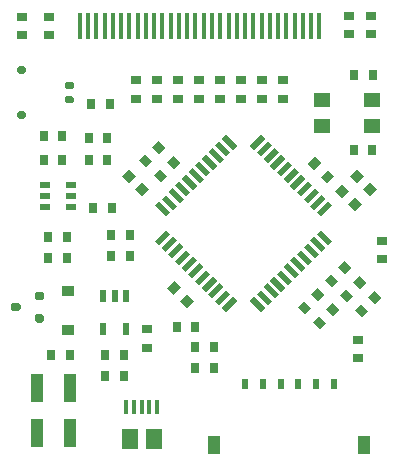
<source format=gtp>
G04 #@! TF.GenerationSoftware,KiCad,Pcbnew,5.1.6*
G04 #@! TF.CreationDate,2020-09-13T12:05:48+02:00*
G04 #@! TF.ProjectId,xling,786c696e-672e-46b6-9963-61645f706362,4*
G04 #@! TF.SameCoordinates,Original*
G04 #@! TF.FileFunction,Paste,Top*
G04 #@! TF.FilePolarity,Positive*
%FSLAX46Y46*%
G04 Gerber Fmt 4.6, Leading zero omitted, Abs format (unit mm)*
G04 Created by KiCad (PCBNEW 5.1.6) date 2020-09-13 12:05:48*
%MOMM*%
%LPD*%
G01*
G04 APERTURE LIST*
%ADD10R,0.540000X0.990000*%
%ADD11R,0.900000X0.630000*%
%ADD12C,0.100000*%
%ADD13R,1.080000X0.810000*%
%ADD14R,0.787500X0.855000*%
%ADD15R,1.125000X2.385000*%
%ADD16R,0.855000X0.787500*%
%ADD17R,0.315000X2.250000*%
%ADD18R,1.440000X1.260000*%
%ADD19R,1.125000X1.620000*%
%ADD20R,0.540000X0.900000*%
%ADD21R,1.350000X1.710000*%
%ADD22R,0.360000X1.215000*%
G04 APERTURE END LIST*
G36*
G01*
X54523000Y-72972000D02*
X54523000Y-73332000D01*
G75*
G02*
X54343000Y-73512000I-180000J0D01*
G01*
X53893000Y-73512000D01*
G75*
G02*
X53713000Y-73332000I0J180000D01*
G01*
X53713000Y-72972000D01*
G75*
G02*
X53893000Y-72792000I180000J0D01*
G01*
X54343000Y-72792000D01*
G75*
G02*
X54523000Y-72972000I0J-180000D01*
G01*
G37*
G36*
G01*
X56523000Y-72022000D02*
X56523000Y-72382000D01*
G75*
G02*
X56343000Y-72562000I-180000J0D01*
G01*
X55893000Y-72562000D01*
G75*
G02*
X55713000Y-72382000I0J180000D01*
G01*
X55713000Y-72022000D01*
G75*
G02*
X55893000Y-71842000I180000J0D01*
G01*
X56343000Y-71842000D01*
G75*
G02*
X56523000Y-72022000I0J-180000D01*
G01*
G37*
G36*
G01*
X56523000Y-73922000D02*
X56523000Y-74282000D01*
G75*
G02*
X56343000Y-74462000I-180000J0D01*
G01*
X55893000Y-74462000D01*
G75*
G02*
X55713000Y-74282000I0J180000D01*
G01*
X55713000Y-73922000D01*
G75*
G02*
X55893000Y-73742000I180000J0D01*
G01*
X56343000Y-73742000D01*
G75*
G02*
X56523000Y-73922000I0J-180000D01*
G01*
G37*
D10*
X61534000Y-75010000D03*
X61534000Y-72210000D03*
X62484000Y-72210000D03*
X63434000Y-72210000D03*
X63434000Y-75010000D03*
D11*
X58757500Y-63754000D03*
X58757500Y-62804000D03*
X58757500Y-64704000D03*
X56558500Y-64704000D03*
X56558500Y-63754000D03*
X56558500Y-62804000D03*
D12*
G36*
X72506206Y-72246630D02*
G01*
X72856224Y-72596648D01*
X71901630Y-73551242D01*
X71551612Y-73201224D01*
X72506206Y-72246630D01*
G37*
G36*
X71940521Y-71680944D02*
G01*
X72290539Y-72030962D01*
X71335945Y-72985556D01*
X70985927Y-72635538D01*
X71940521Y-71680944D01*
G37*
G36*
X71374836Y-71115259D02*
G01*
X71724854Y-71465277D01*
X70770260Y-72419871D01*
X70420242Y-72069853D01*
X71374836Y-71115259D01*
G37*
G36*
X70809150Y-70549574D02*
G01*
X71159168Y-70899592D01*
X70204574Y-71854186D01*
X69854556Y-71504168D01*
X70809150Y-70549574D01*
G37*
G36*
X70243465Y-69983888D02*
G01*
X70593483Y-70333906D01*
X69638889Y-71288500D01*
X69288871Y-70938482D01*
X70243465Y-69983888D01*
G37*
G36*
X69677779Y-69418203D02*
G01*
X70027797Y-69768221D01*
X69073203Y-70722815D01*
X68723185Y-70372797D01*
X69677779Y-69418203D01*
G37*
G36*
X69112094Y-68852517D02*
G01*
X69462112Y-69202535D01*
X68507518Y-70157129D01*
X68157500Y-69807111D01*
X69112094Y-68852517D01*
G37*
G36*
X68546408Y-68286832D02*
G01*
X68896426Y-68636850D01*
X67941832Y-69591444D01*
X67591814Y-69241426D01*
X68546408Y-68286832D01*
G37*
G36*
X67980723Y-67721146D02*
G01*
X68330741Y-68071164D01*
X67376147Y-69025758D01*
X67026129Y-68675740D01*
X67980723Y-67721146D01*
G37*
G36*
X67415038Y-67155461D02*
G01*
X67765056Y-67505479D01*
X66810462Y-68460073D01*
X66460444Y-68110055D01*
X67415038Y-67155461D01*
G37*
G36*
X66849352Y-66589776D02*
G01*
X67199370Y-66939794D01*
X66244776Y-67894388D01*
X65894758Y-67544370D01*
X66849352Y-66589776D01*
G37*
G36*
X67199370Y-65140206D02*
G01*
X66849352Y-65490224D01*
X65894758Y-64535630D01*
X66244776Y-64185612D01*
X67199370Y-65140206D01*
G37*
G36*
X67765056Y-64574521D02*
G01*
X67415038Y-64924539D01*
X66460444Y-63969945D01*
X66810462Y-63619927D01*
X67765056Y-64574521D01*
G37*
G36*
X68330741Y-64008836D02*
G01*
X67980723Y-64358854D01*
X67026129Y-63404260D01*
X67376147Y-63054242D01*
X68330741Y-64008836D01*
G37*
G36*
X68896426Y-63443150D02*
G01*
X68546408Y-63793168D01*
X67591814Y-62838574D01*
X67941832Y-62488556D01*
X68896426Y-63443150D01*
G37*
G36*
X69462112Y-62877465D02*
G01*
X69112094Y-63227483D01*
X68157500Y-62272889D01*
X68507518Y-61922871D01*
X69462112Y-62877465D01*
G37*
G36*
X70027797Y-62311779D02*
G01*
X69677779Y-62661797D01*
X68723185Y-61707203D01*
X69073203Y-61357185D01*
X70027797Y-62311779D01*
G37*
G36*
X70593483Y-61746094D02*
G01*
X70243465Y-62096112D01*
X69288871Y-61141518D01*
X69638889Y-60791500D01*
X70593483Y-61746094D01*
G37*
G36*
X71159168Y-61180408D02*
G01*
X70809150Y-61530426D01*
X69854556Y-60575832D01*
X70204574Y-60225814D01*
X71159168Y-61180408D01*
G37*
G36*
X71724854Y-60614723D02*
G01*
X71374836Y-60964741D01*
X70420242Y-60010147D01*
X70770260Y-59660129D01*
X71724854Y-60614723D01*
G37*
G36*
X72290539Y-60049038D02*
G01*
X71940521Y-60399056D01*
X70985927Y-59444462D01*
X71335945Y-59094444D01*
X72290539Y-60049038D01*
G37*
G36*
X72856224Y-59483352D02*
G01*
X72506206Y-59833370D01*
X71551612Y-58878776D01*
X71901630Y-58528758D01*
X72856224Y-59483352D01*
G37*
G36*
X74910370Y-58528758D02*
G01*
X75260388Y-58878776D01*
X74305794Y-59833370D01*
X73955776Y-59483352D01*
X74910370Y-58528758D01*
G37*
G36*
X75476055Y-59094444D02*
G01*
X75826073Y-59444462D01*
X74871479Y-60399056D01*
X74521461Y-60049038D01*
X75476055Y-59094444D01*
G37*
G36*
X76041740Y-59660129D02*
G01*
X76391758Y-60010147D01*
X75437164Y-60964741D01*
X75087146Y-60614723D01*
X76041740Y-59660129D01*
G37*
G36*
X76607426Y-60225814D02*
G01*
X76957444Y-60575832D01*
X76002850Y-61530426D01*
X75652832Y-61180408D01*
X76607426Y-60225814D01*
G37*
G36*
X77173111Y-60791500D02*
G01*
X77523129Y-61141518D01*
X76568535Y-62096112D01*
X76218517Y-61746094D01*
X77173111Y-60791500D01*
G37*
G36*
X77738797Y-61357185D02*
G01*
X78088815Y-61707203D01*
X77134221Y-62661797D01*
X76784203Y-62311779D01*
X77738797Y-61357185D01*
G37*
G36*
X78304482Y-61922871D02*
G01*
X78654500Y-62272889D01*
X77699906Y-63227483D01*
X77349888Y-62877465D01*
X78304482Y-61922871D01*
G37*
G36*
X78870168Y-62488556D02*
G01*
X79220186Y-62838574D01*
X78265592Y-63793168D01*
X77915574Y-63443150D01*
X78870168Y-62488556D01*
G37*
G36*
X79435853Y-63054242D02*
G01*
X79785871Y-63404260D01*
X78831277Y-64358854D01*
X78481259Y-64008836D01*
X79435853Y-63054242D01*
G37*
G36*
X80001538Y-63619927D02*
G01*
X80351556Y-63969945D01*
X79396962Y-64924539D01*
X79046944Y-64574521D01*
X80001538Y-63619927D01*
G37*
G36*
X80567224Y-64185612D02*
G01*
X80917242Y-64535630D01*
X79962648Y-65490224D01*
X79612630Y-65140206D01*
X80567224Y-64185612D01*
G37*
G36*
X80917242Y-67544370D02*
G01*
X80567224Y-67894388D01*
X79612630Y-66939794D01*
X79962648Y-66589776D01*
X80917242Y-67544370D01*
G37*
G36*
X80351556Y-68110055D02*
G01*
X80001538Y-68460073D01*
X79046944Y-67505479D01*
X79396962Y-67155461D01*
X80351556Y-68110055D01*
G37*
G36*
X79785871Y-68675740D02*
G01*
X79435853Y-69025758D01*
X78481259Y-68071164D01*
X78831277Y-67721146D01*
X79785871Y-68675740D01*
G37*
G36*
X79220186Y-69241426D02*
G01*
X78870168Y-69591444D01*
X77915574Y-68636850D01*
X78265592Y-68286832D01*
X79220186Y-69241426D01*
G37*
G36*
X78654500Y-69807111D02*
G01*
X78304482Y-70157129D01*
X77349888Y-69202535D01*
X77699906Y-68852517D01*
X78654500Y-69807111D01*
G37*
G36*
X78088815Y-70372797D02*
G01*
X77738797Y-70722815D01*
X76784203Y-69768221D01*
X77134221Y-69418203D01*
X78088815Y-70372797D01*
G37*
G36*
X77523129Y-70938482D02*
G01*
X77173111Y-71288500D01*
X76218517Y-70333906D01*
X76568535Y-69983888D01*
X77523129Y-70938482D01*
G37*
G36*
X76957444Y-71504168D02*
G01*
X76607426Y-71854186D01*
X75652832Y-70899592D01*
X76002850Y-70549574D01*
X76957444Y-71504168D01*
G37*
G36*
X76391758Y-72069853D02*
G01*
X76041740Y-72419871D01*
X75087146Y-71465277D01*
X75437164Y-71115259D01*
X76391758Y-72069853D01*
G37*
G36*
X75826073Y-72635538D02*
G01*
X75476055Y-72985556D01*
X74521461Y-72030962D01*
X74871479Y-71680944D01*
X75826073Y-72635538D01*
G37*
G36*
X75260388Y-73201224D02*
G01*
X74910370Y-73551242D01*
X73955776Y-72596648D01*
X74305794Y-72246630D01*
X75260388Y-73201224D01*
G37*
D13*
X58547000Y-75056000D03*
X58547000Y-71756000D03*
D14*
X63271500Y-77216000D03*
X61696500Y-77216000D03*
D15*
X55877000Y-80010000D03*
X58677000Y-80010000D03*
X58677000Y-83820000D03*
X55877000Y-83820000D03*
D16*
X67818000Y-53949500D03*
X67818000Y-55524500D03*
X66040000Y-53949500D03*
X66040000Y-55524500D03*
D12*
G36*
X78540288Y-72620136D02*
G01*
X79144864Y-73224712D01*
X78588018Y-73781558D01*
X77983442Y-73176982D01*
X78540288Y-72620136D01*
G37*
G36*
X79653982Y-71506442D02*
G01*
X80258558Y-72111018D01*
X79701712Y-72667864D01*
X79097136Y-72063288D01*
X79653982Y-71506442D01*
G37*
D16*
X76708000Y-53949500D03*
X76708000Y-55524500D03*
D12*
G36*
X82096288Y-71604136D02*
G01*
X82700864Y-72208712D01*
X82144018Y-72765558D01*
X81539442Y-72160982D01*
X82096288Y-71604136D01*
G37*
G36*
X83209982Y-70490442D02*
G01*
X83814558Y-71095018D01*
X83257712Y-71651864D01*
X82653136Y-71047288D01*
X83209982Y-70490442D01*
G37*
G36*
X79810288Y-73890136D02*
G01*
X80414864Y-74494712D01*
X79858018Y-75051558D01*
X79253442Y-74446982D01*
X79810288Y-73890136D01*
G37*
G36*
X80923982Y-72776442D02*
G01*
X81528558Y-73381018D01*
X80971712Y-73937864D01*
X80367136Y-73333288D01*
X80923982Y-72776442D01*
G37*
D14*
X67741700Y-74828400D03*
X69316700Y-74828400D03*
D12*
G36*
X83542136Y-63191712D02*
G01*
X84146712Y-62587136D01*
X84703558Y-63143982D01*
X84098982Y-63748558D01*
X83542136Y-63191712D01*
G37*
G36*
X82428442Y-62078018D02*
G01*
X83033018Y-61473442D01*
X83589864Y-62030288D01*
X82985288Y-62634864D01*
X82428442Y-62078018D01*
G37*
G36*
X83366288Y-72874136D02*
G01*
X83970864Y-73478712D01*
X83414018Y-74035558D01*
X82809442Y-73430982D01*
X83366288Y-72874136D01*
G37*
G36*
X84479982Y-71760442D02*
G01*
X85084558Y-72365018D01*
X84527712Y-72921864D01*
X83923136Y-72317288D01*
X84479982Y-71760442D01*
G37*
D14*
X69316500Y-76555600D03*
X70891500Y-76555600D03*
X58445500Y-67183000D03*
X56870500Y-67183000D03*
X61874500Y-58801000D03*
X60299500Y-58801000D03*
X60680500Y-64770000D03*
X62255500Y-64770000D03*
X62204500Y-68834000D03*
X63779500Y-68834000D03*
D16*
X65239900Y-76581100D03*
X65239900Y-75006100D03*
D14*
X62204500Y-67056000D03*
X63779500Y-67056000D03*
X58064500Y-60706000D03*
X56489500Y-60706000D03*
D16*
X71374000Y-53949500D03*
X71374000Y-55524500D03*
X74930000Y-53949500D03*
X74930000Y-55524500D03*
X64262000Y-53949500D03*
X64262000Y-55524500D03*
X73152000Y-53949500D03*
X73152000Y-55524500D03*
X69596000Y-53949500D03*
X69596000Y-55524500D03*
D12*
G36*
X65078288Y-60174136D02*
G01*
X65682864Y-60778712D01*
X65126018Y-61335558D01*
X64521442Y-60730982D01*
X65078288Y-60174136D01*
G37*
G36*
X66191982Y-59060442D02*
G01*
X66796558Y-59665018D01*
X66239712Y-60221864D01*
X65635136Y-59617288D01*
X66191982Y-59060442D01*
G37*
D16*
X82296000Y-50063500D03*
X82296000Y-48488500D03*
D12*
G36*
X68048136Y-72653212D02*
G01*
X68652712Y-72048636D01*
X69209558Y-72605482D01*
X68604982Y-73210058D01*
X68048136Y-72653212D01*
G37*
G36*
X66934442Y-71539518D02*
G01*
X67539018Y-70934942D01*
X68095864Y-71491788D01*
X67491288Y-72096364D01*
X66934442Y-71539518D01*
G37*
D14*
X82715000Y-59817000D03*
X84290000Y-59817000D03*
X84353500Y-53467000D03*
X82778500Y-53467000D03*
D12*
G36*
X66348288Y-61444136D02*
G01*
X66952864Y-62048712D01*
X66396018Y-62605558D01*
X65791442Y-62000982D01*
X66348288Y-61444136D01*
G37*
G36*
X67461982Y-60330442D02*
G01*
X68066558Y-60935018D01*
X67509712Y-61491864D01*
X66905136Y-60887288D01*
X67461982Y-60330442D01*
G37*
D16*
X56959500Y-48552000D03*
X56959500Y-50127000D03*
X54610000Y-48552000D03*
X54610000Y-50127000D03*
D12*
G36*
X79922636Y-62112212D02*
G01*
X80527212Y-61507636D01*
X81084058Y-62064482D01*
X80479482Y-62669058D01*
X79922636Y-62112212D01*
G37*
G36*
X78808942Y-60998518D02*
G01*
X79413518Y-60393942D01*
X79970364Y-60950788D01*
X79365788Y-61555364D01*
X78808942Y-60998518D01*
G37*
D16*
X84201000Y-50063500D03*
X84201000Y-48488500D03*
X83058000Y-75920500D03*
X83058000Y-77495500D03*
D12*
G36*
X82272136Y-64461712D02*
G01*
X82876712Y-63857136D01*
X83433558Y-64413982D01*
X82828982Y-65018558D01*
X82272136Y-64461712D01*
G37*
G36*
X81158442Y-63348018D02*
G01*
X81763018Y-62743442D01*
X82319864Y-63300288D01*
X81715288Y-63904864D01*
X81158442Y-63348018D01*
G37*
D16*
X85090000Y-67538500D03*
X85090000Y-69113500D03*
D14*
X69316500Y-78333600D03*
X70891500Y-78333600D03*
X60299500Y-60706000D03*
X61874500Y-60706000D03*
X58064500Y-58623200D03*
X56489500Y-58623200D03*
X57124500Y-77216000D03*
X58699500Y-77216000D03*
X56870500Y-68961000D03*
X58445500Y-68961000D03*
X61696500Y-78994000D03*
X63271500Y-78994000D03*
D12*
G36*
X64238136Y-63191712D02*
G01*
X64842712Y-62587136D01*
X65399558Y-63143982D01*
X64794982Y-63748558D01*
X64238136Y-63191712D01*
G37*
G36*
X63124442Y-62078018D02*
G01*
X63729018Y-61473442D01*
X64285864Y-62030288D01*
X63681288Y-62634864D01*
X63124442Y-62078018D01*
G37*
G36*
X81987712Y-70381864D02*
G01*
X81383136Y-69777288D01*
X81939982Y-69220442D01*
X82544558Y-69825018D01*
X81987712Y-70381864D01*
G37*
G36*
X80874018Y-71495558D02*
G01*
X80269442Y-70890982D01*
X80826288Y-70334136D01*
X81430864Y-70938712D01*
X80874018Y-71495558D01*
G37*
D14*
X60528100Y-55930800D03*
X62103100Y-55930800D03*
D17*
X79132000Y-49310000D03*
X79832000Y-49310000D03*
X72832000Y-49310000D03*
X77732000Y-49310000D03*
X78432000Y-49310000D03*
X77032000Y-49310000D03*
X76332000Y-49310000D03*
X75632000Y-49310000D03*
X74932000Y-49310000D03*
X74232000Y-49310000D03*
X73532000Y-49310000D03*
X72132000Y-49310000D03*
X71432000Y-49310000D03*
X70732000Y-49310000D03*
X70032000Y-49310000D03*
X69332000Y-49310000D03*
X67932000Y-49310000D03*
X68632000Y-49310000D03*
X67232000Y-49310000D03*
X66532000Y-49310000D03*
X65832000Y-49310000D03*
X65132000Y-49310000D03*
X64432000Y-49310000D03*
X63732000Y-49310000D03*
X63032000Y-49310000D03*
X62332000Y-49310000D03*
X61632000Y-49310000D03*
X60932000Y-49310000D03*
X60232000Y-49310000D03*
X59532000Y-49310000D03*
D18*
X84242000Y-55642000D03*
X80042000Y-55642000D03*
X80042000Y-57842000D03*
X84242000Y-57842000D03*
D19*
X70927000Y-84855000D03*
X83637000Y-84855000D03*
D20*
X73532000Y-79665000D03*
X75032000Y-79665000D03*
X76532000Y-79665000D03*
X78032000Y-79665000D03*
X79532000Y-79665000D03*
X81032000Y-79665000D03*
D21*
X63782000Y-84347500D03*
D22*
X64782000Y-81647500D03*
X65432000Y-81647500D03*
X66082000Y-81647500D03*
X63482000Y-81647500D03*
X64132000Y-81647500D03*
D21*
X65782000Y-84347500D03*
G36*
G01*
X58417000Y-54076000D02*
X58867000Y-54076000D01*
G75*
G02*
X59024500Y-54233500I0J-157500D01*
G01*
X59024500Y-54548500D01*
G75*
G02*
X58867000Y-54706000I-157500J0D01*
G01*
X58417000Y-54706000D01*
G75*
G02*
X58259500Y-54548500I0J157500D01*
G01*
X58259500Y-54233500D01*
G75*
G02*
X58417000Y-54076000I157500J0D01*
G01*
G37*
G36*
G01*
X58417000Y-55276000D02*
X58867000Y-55276000D01*
G75*
G02*
X59024500Y-55433500I0J-157500D01*
G01*
X59024500Y-55748500D01*
G75*
G02*
X58867000Y-55906000I-157500J0D01*
G01*
X58417000Y-55906000D01*
G75*
G02*
X58259500Y-55748500I0J157500D01*
G01*
X58259500Y-55433500D01*
G75*
G02*
X58417000Y-55276000I157500J0D01*
G01*
G37*
G36*
G01*
X54414500Y-52776000D02*
X54819500Y-52776000D01*
G75*
G02*
X54977000Y-52933500I0J-157500D01*
G01*
X54977000Y-53248500D01*
G75*
G02*
X54819500Y-53406000I-157500J0D01*
G01*
X54414500Y-53406000D01*
G75*
G02*
X54257000Y-53248500I0J157500D01*
G01*
X54257000Y-52933500D01*
G75*
G02*
X54414500Y-52776000I157500J0D01*
G01*
G37*
G36*
G01*
X54414500Y-56576000D02*
X54819500Y-56576000D01*
G75*
G02*
X54977000Y-56733500I0J-157500D01*
G01*
X54977000Y-57048500D01*
G75*
G02*
X54819500Y-57206000I-157500J0D01*
G01*
X54414500Y-57206000D01*
G75*
G02*
X54257000Y-57048500I0J157500D01*
G01*
X54257000Y-56733500D01*
G75*
G02*
X54414500Y-56576000I157500J0D01*
G01*
G37*
M02*

</source>
